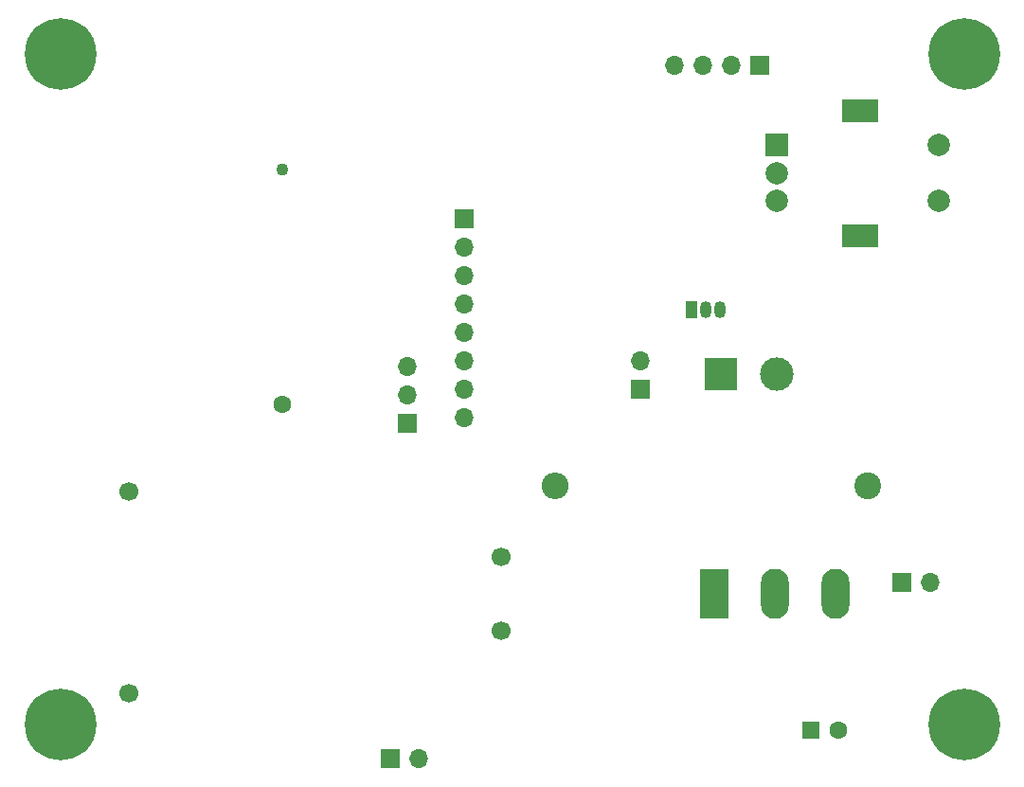
<source format=gbr>
%TF.GenerationSoftware,KiCad,Pcbnew,(5.1.10)-1*%
%TF.CreationDate,2021-08-06T22:34:04+03:00*%
%TF.ProjectId,electronic_load,656c6563-7472-46f6-9e69-635f6c6f6164,rev?*%
%TF.SameCoordinates,Original*%
%TF.FileFunction,Soldermask,Bot*%
%TF.FilePolarity,Negative*%
%FSLAX46Y46*%
G04 Gerber Fmt 4.6, Leading zero omitted, Abs format (unit mm)*
G04 Created by KiCad (PCBNEW (5.1.10)-1) date 2021-08-06 22:34:04*
%MOMM*%
%LPD*%
G01*
G04 APERTURE LIST*
%ADD10C,1.700000*%
%ADD11C,1.600000*%
%ADD12R,1.600000X1.600000*%
%ADD13O,1.700000X1.700000*%
%ADD14R,1.700000X1.700000*%
%ADD15R,1.050000X1.500000*%
%ADD16O,1.050000X1.500000*%
%ADD17C,0.800000*%
%ADD18C,6.400000*%
%ADD19C,1.100000*%
%ADD20C,3.000000*%
%ADD21R,3.000000X3.000000*%
%ADD22R,2.000000X2.000000*%
%ADD23C,2.000000*%
%ADD24R,3.200000X2.000000*%
%ADD25O,2.400000X2.400000*%
%ADD26C,2.400000*%
%ADD27O,2.500000X4.500000*%
%ADD28R,2.500000X4.500000*%
G04 APERTURE END LIST*
D10*
%TO.C,PS1*%
X77724000Y-140462000D03*
X77724000Y-122428000D03*
X110998000Y-134874000D03*
X110998000Y-128270000D03*
%TD*%
D11*
%TO.C,C17*%
X141184000Y-143764000D03*
D12*
X138684000Y-143764000D03*
%TD*%
D13*
%TO.C,J7*%
X123444000Y-110744000D03*
D14*
X123444000Y-113284000D03*
%TD*%
D15*
%TO.C,Q2*%
X128016000Y-106172000D03*
D16*
X130556000Y-106172000D03*
X129286000Y-106172000D03*
%TD*%
D13*
%TO.C,J6*%
X103632000Y-146304000D03*
D14*
X101092000Y-146304000D03*
%TD*%
D17*
%TO.C,H2*%
X154097056Y-81614944D03*
X152400000Y-80912000D03*
X150702944Y-81614944D03*
X150000000Y-83312000D03*
X150702944Y-85009056D03*
X152400000Y-85712000D03*
X154097056Y-85009056D03*
X154800000Y-83312000D03*
D18*
X152400000Y-83312000D03*
%TD*%
D19*
%TO.C,J4*%
X91471000Y-93656000D03*
D11*
X91471000Y-114656000D03*
%TD*%
D13*
%TO.C,U3*%
X107696000Y-115824000D03*
X107696000Y-113284000D03*
X107696000Y-110744000D03*
X107696000Y-108204000D03*
X107696000Y-105664000D03*
X107696000Y-103124000D03*
X107696000Y-100584000D03*
D14*
X107696000Y-98044000D03*
%TD*%
D20*
%TO.C,J2*%
X135683000Y-111887000D03*
D21*
X130683000Y-111887000D03*
%TD*%
D22*
%TO.C,SW1*%
X135636000Y-91440000D03*
D23*
X135636000Y-93940000D03*
X135636000Y-96440000D03*
D24*
X143136000Y-88340000D03*
X143136000Y-99540000D03*
D23*
X150136000Y-91440000D03*
X150136000Y-96440000D03*
%TD*%
D25*
%TO.C,R3*%
X115824000Y-121920000D03*
D26*
X143764000Y-121920000D03*
%TD*%
D27*
%TO.C,Q1*%
X140948000Y-131572000D03*
X135498000Y-131572000D03*
D28*
X130048000Y-131572000D03*
%TD*%
D13*
%TO.C,J5*%
X126492000Y-84328000D03*
X129032000Y-84328000D03*
X131572000Y-84328000D03*
D14*
X134112000Y-84328000D03*
%TD*%
D13*
%TO.C,J3*%
X102616000Y-111252000D03*
X102616000Y-113792000D03*
D14*
X102616000Y-116332000D03*
%TD*%
D13*
%TO.C,J1*%
X149352000Y-130556000D03*
D14*
X146812000Y-130556000D03*
%TD*%
D17*
%TO.C,H4*%
X73325056Y-141558944D03*
X71628000Y-140856000D03*
X69930944Y-141558944D03*
X69228000Y-143256000D03*
X69930944Y-144953056D03*
X71628000Y-145656000D03*
X73325056Y-144953056D03*
X74028000Y-143256000D03*
D18*
X71628000Y-143256000D03*
%TD*%
D17*
%TO.C,H3*%
X73325056Y-81614944D03*
X71628000Y-80912000D03*
X69930944Y-81614944D03*
X69228000Y-83312000D03*
X69930944Y-85009056D03*
X71628000Y-85712000D03*
X73325056Y-85009056D03*
X74028000Y-83312000D03*
D18*
X71628000Y-83312000D03*
%TD*%
D17*
%TO.C,H1*%
X154097056Y-141558944D03*
X152400000Y-140856000D03*
X150702944Y-141558944D03*
X150000000Y-143256000D03*
X150702944Y-144953056D03*
X152400000Y-145656000D03*
X154097056Y-144953056D03*
X154800000Y-143256000D03*
D18*
X152400000Y-143256000D03*
%TD*%
M02*

</source>
